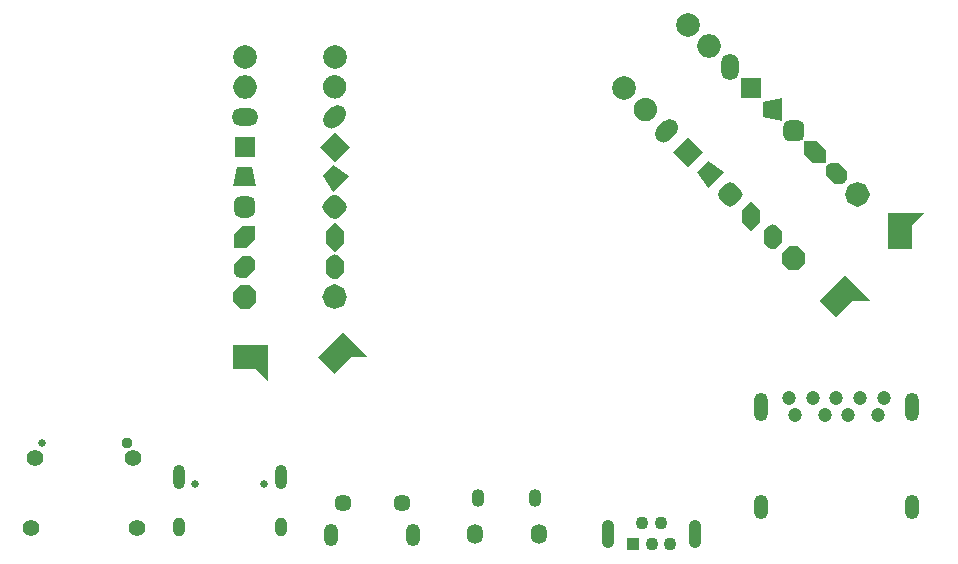
<source format=gbr>
%TF.GenerationSoftware,KiCad,Pcbnew,5.99.0-unknown-9424d66d22~106~ubuntu18.04.1*%
%TF.CreationDate,2021-01-09T19:59:23+08:00*%
%TF.ProjectId,Flashpads,466c6173-6870-4616-9473-2e6b69636164,rev?*%
%TF.SameCoordinates,Original*%
%TF.FileFunction,Soldermask,Bot*%
%TF.FilePolarity,Negative*%
%FSLAX46Y46*%
G04 Gerber Fmt 4.6, Leading zero omitted, Abs format (unit mm)*
G04 Created by KiCad (PCBNEW 5.99.0-unknown-9424d66d22~106~ubuntu18.04.1) date 2021-01-09 19:59:23*
%MOMM*%
%LPD*%
G01*
G04 APERTURE LIST*
%ADD10O,1.350000X1.700000*%
%ADD11O,1.100000X1.500000*%
%ADD12C,0.650000*%
%ADD13C,0.950000*%
%ADD14C,1.400000*%
%ADD15O,1.100000X2.400000*%
%ADD16C,1.100000*%
%ADD17R,1.100000X1.100000*%
%ADD18O,1.200000X2.100000*%
%ADD19O,1.200000X2.400000*%
%ADD20C,1.200000*%
%ADD21O,1.000000X2.100000*%
%ADD22O,1.000000X1.600000*%
%ADD23O,1.200000X1.900000*%
%ADD24C,1.450000*%
%ADD25C,2.000000*%
%ADD26R,1.800000X1.800000*%
%ADD27O,1.500000X2.250000*%
%ADD28O,2.000000X2.000000*%
%ADD29O,2.250000X1.500000*%
G04 APERTURE END LIST*
D10*
%TO.C,REF\u002A\u002A*%
X65189000Y-66647000D03*
X59729000Y-66647000D03*
D11*
X64879000Y-63647000D03*
X60039000Y-63647000D03*
%TD*%
D12*
%TO.C,REF\u002A\u002A*%
X23070000Y-59013000D03*
D13*
X30270000Y-59013000D03*
D14*
X22180000Y-66213000D03*
X31160000Y-66213000D03*
X30800000Y-60263000D03*
X22540000Y-60263000D03*
%TD*%
D15*
%TO.C,REF\u002A\u002A*%
X78364000Y-66661000D03*
X71064000Y-66661000D03*
D16*
X76314000Y-67536000D03*
X75514000Y-65786000D03*
X74714000Y-67536000D03*
X73914000Y-65786000D03*
D17*
X73114000Y-67536000D03*
%TD*%
D18*
%TO.C,REF\u002A\u002A*%
X83968000Y-64392000D03*
X96768000Y-64392000D03*
D19*
X83968000Y-55892000D03*
X96768000Y-55892000D03*
D20*
X86368000Y-55142000D03*
X88368000Y-55142000D03*
X90368000Y-55142000D03*
X92368000Y-55142000D03*
X94368000Y-55142000D03*
X93868000Y-56642000D03*
X91368000Y-56642000D03*
X89368000Y-56642000D03*
X86868000Y-56642000D03*
%TD*%
D21*
%TO.C,REF\u002A\u002A*%
X43309000Y-61894000D03*
X34669000Y-61894000D03*
D12*
X36099000Y-62424000D03*
D22*
X34669000Y-66074000D03*
D12*
X41879000Y-62424000D03*
D22*
X43309000Y-66074000D03*
%TD*%
D23*
%TO.C,REF\u002A\u002A*%
X54554000Y-66769500D03*
X47554000Y-66769500D03*
D24*
X53554000Y-64069500D03*
X48554000Y-64069500D03*
%TD*%
D25*
%TO.C,U2*%
X72390000Y-28956000D03*
G36*
G01*
X73478944Y-31459158D02*
X73478944Y-31459158D01*
G75*
G02*
X73478944Y-30044944I707107J707107D01*
G01*
X73478944Y-30044944D01*
G75*
G02*
X74893158Y-30044944I707107J-707107D01*
G01*
X74893158Y-30044944D01*
G75*
G02*
X74893158Y-31459158I-707107J-707107D01*
G01*
X74893158Y-31459158D01*
G75*
G02*
X73478944Y-31459158I-707107J707107D01*
G01*
G37*
G36*
G01*
X75186607Y-33343597D02*
X75186607Y-33343597D01*
G75*
G02*
X75186607Y-32282937I530330J530330D01*
G01*
X75716937Y-31752607D01*
G75*
G02*
X76777597Y-31752607I530330J-530330D01*
G01*
X76777597Y-31752607D01*
G75*
G02*
X76777597Y-32813267I-530330J-530330D01*
G01*
X76247267Y-33343597D01*
G75*
G02*
X75186607Y-33343597I-530330J530330D01*
G01*
G37*
G36*
X77778154Y-35616946D02*
G01*
X76505362Y-34344154D01*
X77778154Y-33071362D01*
X79050946Y-34344154D01*
X77778154Y-35616946D01*
G37*
G36*
X79468139Y-37377642D02*
G01*
X80811642Y-36034139D01*
X79468139Y-35114900D01*
X78548900Y-36034139D01*
X79468139Y-37377642D01*
G37*
G36*
G01*
X80988418Y-38827211D02*
X80479301Y-38318094D01*
G75*
G02*
X80479301Y-37554418I381838J381838D01*
G01*
X80988418Y-37045301D01*
G75*
G02*
X81752094Y-37045301I381838J-381838D01*
G01*
X82261211Y-37554418D01*
G75*
G02*
X82261211Y-38318094I-381838J-381838D01*
G01*
X81752094Y-38827211D01*
G75*
G02*
X80988418Y-38827211I-381838J381838D01*
G01*
G37*
G36*
X83929982Y-40241423D02*
G01*
X83166307Y-41005099D01*
X82402632Y-40241423D01*
X82402632Y-39223191D01*
X83166307Y-38459515D01*
X83929982Y-39223191D01*
X83929982Y-40241423D01*
G37*
G36*
X85726034Y-42037475D02*
G01*
X85344196Y-42419313D01*
X85256464Y-42490357D01*
X85123840Y-42552765D01*
X84979321Y-42577209D01*
X84833552Y-42561888D01*
X84697272Y-42507931D01*
X84580522Y-42419313D01*
X84198684Y-42037475D01*
X84198684Y-41019243D01*
X84580522Y-40637405D01*
X84668254Y-40566361D01*
X84800878Y-40503953D01*
X84945397Y-40479509D01*
X85091166Y-40494830D01*
X85227446Y-40548787D01*
X85344196Y-40637405D01*
X85726034Y-41019243D01*
X85726034Y-42037475D01*
G37*
G36*
X86375441Y-42340647D02*
G01*
X87141378Y-42340646D01*
X87141379Y-42340647D01*
X87183805Y-42358220D01*
X87724671Y-42899086D01*
X87737097Y-42929086D01*
X87742245Y-42941513D01*
X87742244Y-43707308D01*
X87724671Y-43749734D01*
X87183734Y-44290671D01*
X87183730Y-44290672D01*
X87183729Y-44290674D01*
X87165271Y-44298318D01*
X87141308Y-44308244D01*
X87141306Y-44308243D01*
X87141301Y-44308245D01*
X86375436Y-44308173D01*
X86357076Y-44300566D01*
X86333015Y-44290600D01*
X85792221Y-43749804D01*
X85792220Y-43749804D01*
X85774647Y-43707379D01*
X85774646Y-42941442D01*
X85781926Y-42923868D01*
X85792220Y-42899015D01*
X86333015Y-42358220D01*
X86375441Y-42340647D01*
G37*
G36*
X91416312Y-37173968D02*
G01*
X92123946Y-36880856D01*
X92123947Y-36880856D01*
X92169867Y-36880856D01*
X92876543Y-37173570D01*
X92899504Y-37196532D01*
X92909015Y-37206043D01*
X93202072Y-37913546D01*
X93202072Y-37959467D01*
X92909320Y-38666235D01*
X92909316Y-38666238D01*
X92909316Y-38666240D01*
X92895188Y-38680366D01*
X92876848Y-38698706D01*
X92876845Y-38698706D01*
X92876842Y-38698709D01*
X92169246Y-38991728D01*
X92149373Y-38991726D01*
X92123331Y-38991726D01*
X91416748Y-38699049D01*
X91416747Y-38699049D01*
X91384276Y-38666578D01*
X91091164Y-37958944D01*
X91091164Y-37939922D01*
X91091164Y-37913023D01*
X91383840Y-37206439D01*
X91416312Y-37173968D01*
G37*
G36*
X91250512Y-35960206D02*
G01*
X91250512Y-36500205D01*
X91238712Y-36612477D01*
X91189062Y-36750385D01*
X91104155Y-36869860D01*
X90990247Y-36962102D01*
X90855728Y-37020313D01*
X90710511Y-37040205D01*
X90170512Y-37040205D01*
X89450512Y-36320204D01*
X89450512Y-35780205D01*
X89462312Y-35667933D01*
X89511962Y-35530025D01*
X89596869Y-35410550D01*
X89710777Y-35318308D01*
X89845296Y-35260097D01*
X89990513Y-35240205D01*
X90530512Y-35240205D01*
X91250512Y-35960206D01*
G37*
G36*
X89454461Y-34164155D02*
G01*
X89454461Y-35244154D01*
X88374461Y-35244154D01*
X87654461Y-34524153D01*
X87654461Y-33444154D01*
X88734461Y-33444154D01*
X89454461Y-34164155D01*
G37*
G36*
G01*
X87118410Y-33448102D02*
X86398410Y-33448102D01*
G75*
G02*
X85858410Y-32908102I0J540000D01*
G01*
X85858410Y-32188102D01*
G75*
G02*
X86398410Y-31648102I540000J0D01*
G01*
X87118410Y-31648102D01*
G75*
G02*
X87658410Y-32188102I0J-540000D01*
G01*
X87658410Y-32908102D01*
G75*
G02*
X87118410Y-33448102I-540000J0D01*
G01*
G37*
G36*
X85762359Y-31702051D02*
G01*
X85762359Y-29802051D01*
X84162359Y-30102051D01*
X84162359Y-31402051D01*
X85762359Y-31702051D01*
G37*
D26*
X83166307Y-28956000D03*
D27*
X81370256Y-27159949D03*
D28*
X79574205Y-25363898D03*
D25*
X77778154Y-23567846D03*
G36*
X93178939Y-46916512D02*
G01*
X91764725Y-46916512D01*
X90350512Y-48330725D01*
X88936299Y-46916512D01*
X91057618Y-44795192D01*
X93178939Y-46916512D01*
G37*
G36*
X97738666Y-39528360D02*
G01*
X96738666Y-40528360D01*
X96738665Y-42528359D01*
X94738666Y-42528358D01*
X94738667Y-39528359D01*
X97738666Y-39528360D01*
G37*
%TD*%
%TO.C,U1*%
G36*
X50707427Y-51689000D02*
G01*
X49293213Y-51689000D01*
X47879000Y-53103213D01*
X46464787Y-51689000D01*
X48586106Y-49567680D01*
X50707427Y-51689000D01*
G37*
G36*
X42259000Y-53689000D02*
G01*
X41259000Y-52689000D01*
X39259000Y-52689000D01*
X39259000Y-50689000D01*
X42259000Y-50689000D01*
X42259000Y-53689000D01*
G37*
X47879000Y-26289000D03*
G36*
G01*
X47171893Y-29536107D02*
X47171893Y-29536107D01*
G75*
G02*
X47171893Y-28121893I707107J707107D01*
G01*
X47171893Y-28121893D01*
G75*
G02*
X48586107Y-28121893I707107J-707107D01*
G01*
X48586107Y-28121893D01*
G75*
G02*
X48586107Y-29536107I-707107J-707107D01*
G01*
X48586107Y-29536107D01*
G75*
G02*
X47171893Y-29536107I-707107J707107D01*
G01*
G37*
G36*
G01*
X47083505Y-32164495D02*
X47083505Y-32164495D01*
G75*
G02*
X47083505Y-31103835I530330J530330D01*
G01*
X47613835Y-30573505D01*
G75*
G02*
X48674495Y-30573505I530330J-530330D01*
G01*
X48674495Y-30573505D01*
G75*
G02*
X48674495Y-31634165I-530330J-530330D01*
G01*
X48144165Y-32164495D01*
G75*
G02*
X47083505Y-32164495I-530330J530330D01*
G01*
G37*
G36*
X47879000Y-35181792D02*
G01*
X46606208Y-33909000D01*
X47879000Y-32636208D01*
X49151792Y-33909000D01*
X47879000Y-35181792D01*
G37*
G36*
X47772934Y-37686437D02*
G01*
X49116437Y-36342934D01*
X47772934Y-35423695D01*
X46853695Y-36342934D01*
X47772934Y-37686437D01*
G37*
G36*
G01*
X47497162Y-39879955D02*
X46988045Y-39370838D01*
G75*
G02*
X46988045Y-38607162I381838J381838D01*
G01*
X47497162Y-38098045D01*
G75*
G02*
X48260838Y-38098045I381838J-381838D01*
G01*
X48769955Y-38607162D01*
G75*
G02*
X48769955Y-39370838I-381838J-381838D01*
G01*
X48260838Y-39879955D01*
G75*
G02*
X47497162Y-39879955I-381838J381838D01*
G01*
G37*
G36*
X48642675Y-42038116D02*
G01*
X47879000Y-42801792D01*
X47115325Y-42038116D01*
X47115325Y-41019884D01*
X47879000Y-40256208D01*
X48642675Y-41019884D01*
X48642675Y-42038116D01*
G37*
G36*
X48642675Y-44578116D02*
G01*
X48260837Y-44959954D01*
X48173105Y-45030998D01*
X48040481Y-45093406D01*
X47895962Y-45117850D01*
X47750193Y-45102529D01*
X47613913Y-45048572D01*
X47497163Y-44959954D01*
X47115325Y-44578116D01*
X47115325Y-43559884D01*
X47497163Y-43178046D01*
X47584895Y-43107002D01*
X47717519Y-43044594D01*
X47862038Y-43020150D01*
X48007807Y-43035471D01*
X48144087Y-43089428D01*
X48260837Y-43178046D01*
X48642675Y-43559884D01*
X48642675Y-44578116D01*
G37*
G36*
X47901652Y-45553615D02*
G01*
X48609286Y-45846726D01*
X48609287Y-45846727D01*
X48641759Y-45879198D01*
X48934473Y-46585874D01*
X48934473Y-46618345D01*
X48934473Y-46631796D01*
X48641415Y-47339299D01*
X48608944Y-47371771D01*
X47902176Y-47664523D01*
X47902172Y-47664523D01*
X47902170Y-47664525D01*
X47882192Y-47664523D01*
X47856255Y-47664523D01*
X47856254Y-47664521D01*
X47856249Y-47664521D01*
X47148708Y-47371371D01*
X47134657Y-47357317D01*
X47116241Y-47338902D01*
X46823566Y-46632318D01*
X46823565Y-46632317D01*
X46823565Y-46586398D01*
X47116676Y-45878764D01*
X47130127Y-45865313D01*
X47149148Y-45846291D01*
X47855732Y-45553615D01*
X47901652Y-45553615D01*
G37*
G36*
X40683826Y-45642574D02*
G01*
X41225426Y-46184173D01*
X41225426Y-46184174D01*
X41243000Y-46226600D01*
X41243000Y-46991500D01*
X41230573Y-47021500D01*
X41225426Y-47033927D01*
X40683926Y-47575426D01*
X40641500Y-47593000D01*
X39876500Y-47593000D01*
X39876496Y-47592998D01*
X39876494Y-47592999D01*
X39858037Y-47585352D01*
X39834074Y-47575426D01*
X39834073Y-47575424D01*
X39834069Y-47575422D01*
X39292570Y-47033822D01*
X39284967Y-47015461D01*
X39275000Y-46991400D01*
X39275001Y-46226600D01*
X39275001Y-46226599D01*
X39292574Y-46184174D01*
X39834173Y-45642574D01*
X39851747Y-45635295D01*
X39876600Y-45625000D01*
X40641400Y-45625000D01*
X40683826Y-45642574D01*
G37*
G36*
X40439000Y-44969000D02*
G01*
X39899000Y-44969000D01*
X39786728Y-44957200D01*
X39648820Y-44907550D01*
X39529345Y-44822643D01*
X39437103Y-44708735D01*
X39378892Y-44574217D01*
X39359000Y-44429000D01*
X39359000Y-43889000D01*
X40079000Y-43169000D01*
X40619000Y-43169000D01*
X40731272Y-43180800D01*
X40869180Y-43230450D01*
X40988655Y-43315357D01*
X41080897Y-43429265D01*
X41139108Y-43563783D01*
X41159000Y-43709000D01*
X41159000Y-44249000D01*
X40439000Y-44969000D01*
G37*
G36*
X40439000Y-42429000D02*
G01*
X39359000Y-42429000D01*
X39359000Y-41349000D01*
X40079000Y-40629000D01*
X41159000Y-40629000D01*
X41159000Y-41709000D01*
X40439000Y-42429000D01*
G37*
G36*
G01*
X39359000Y-39349000D02*
X39359000Y-38629000D01*
G75*
G02*
X39899000Y-38089000I540000J0D01*
G01*
X40619000Y-38089000D01*
G75*
G02*
X41159000Y-38629000I0J-540000D01*
G01*
X41159000Y-39349000D01*
G75*
G02*
X40619000Y-39889000I-540000J0D01*
G01*
X39899000Y-39889000D01*
G75*
G02*
X39359000Y-39349000I0J540000D01*
G01*
G37*
G36*
X39309000Y-37249000D02*
G01*
X41209000Y-37249000D01*
X40909000Y-35649000D01*
X39609000Y-35649000D01*
X39309000Y-37249000D01*
G37*
D26*
X40259000Y-33909000D03*
D29*
X40259000Y-31369000D03*
D28*
X40259000Y-28829000D03*
D25*
X40259000Y-26289000D03*
%TD*%
M02*

</source>
